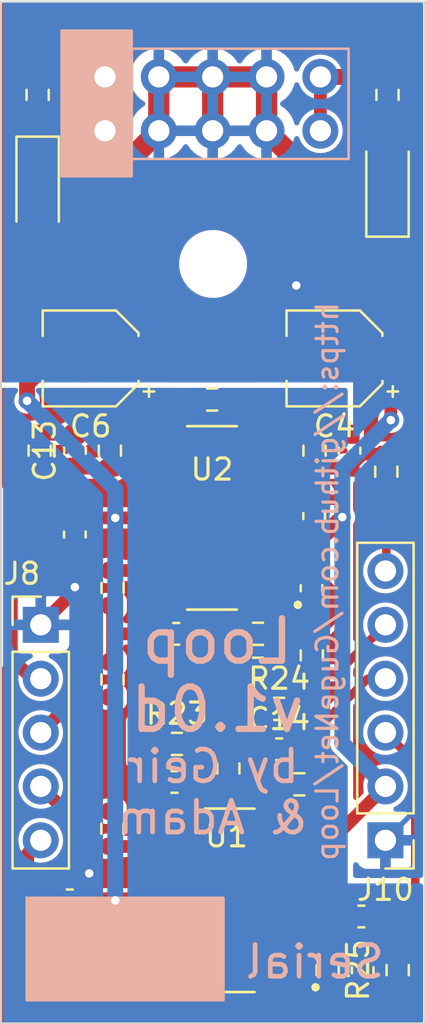
<source format=kicad_pcb>
(kicad_pcb (version 20240108) (generator "pcbnew") (generator_version "8.0")
  (layers (0 "F.Cu" signal) (31 "B.Cu" signal) (34 "B.Paste" user) (35 "F.Paste" user) (36 "B.SilkS" user "B.Silkscreen") (37 "F.SilkS" user "F.Silkscreen") (38 "B.Mask" user) (39 "F.Mask" user) (44 "Edge.Cuts" user))
  (net 0 "")
  (net 1 "GND")
  (net 2 "+12V")
  (net 3 "-12V")
  (net 4 "Net-(U1B--)")
  (net 5 "Net-(U1D--)")
  (net 6 "Net-(C3-Pad2)")
  (net 7 "Net-(U1A--)")
  (net 8 "Net-(U1C--)")
  (net 9 "Net-(U2A--)")
  (net 10 "Net-(C7-Pad2)")
  (net 11 "Net-(U2B--)")
  (net 12 "Net-(C9-Pad1)")
  (net 13 "Net-(U2C--)")
  (net 14 "Net-(C10-Pad1)")
  (net 15 "Net-(U2D--)")
  (footprint "Resistor_SMD:R_0603_1608Metric" (layer "F.Cu") (at 44.916 80.941 -90)
    (property "Reference" "R9" (hide yes))
    (property "Value" "100K" (hide yes))
    (fp_line (start -0.237258 0.5225) (end 0.237258 0.5225) (stroke (width 0.12)) (layer "F.SilkS"))
    (fp_line (start -0.237258 -0.5225) (end 0.237258 -0.5225) (stroke (width 0.12)) (layer "F.SilkS"))
    (pad "1" smd roundrect (at -0.825 0 270) (size 0.8 0.95) (layers "F.Cu" "F.Paste" "F.Mask") (net 5 "Net-(U1D--)"))
    (pad "2" smd roundrect (at 0.825 0 270) (size 0.8 0.95) (layers "F.Cu" "F.Paste" "F.Mask") (net 12 "Net-(C9-Pad1)"))
  )
  (footprint "Capacitor_SMD:CP_Elec_4x5.4" (layer "F.Cu") (at 42.993 52.08 180)
    (property "Reference" "C6" (at 0 -3.2 0) (layer "F.SilkS"))
    (property "Value" "10uF")
    (fp_line (start 2.26 2.26) (end 2.26 1.06) (stroke (width 0.12)) (layer "F.SilkS"))
    (fp_line (start 2.26 -2.26) (end 2.26 -1.06) (stroke (width 0.12)) (layer "F.SilkS"))
    (fp_line (start -1.195563 2.26) (end 2.26 2.26) (stroke (width 0.12)) (layer "F.SilkS"))
    (fp_line (start -1.195563 -2.26) (end 2.26 -2.26) (stroke (width 0.12)) (layer "F.SilkS"))
    (fp_line (start -2.26 1.195563) (end -1.195563 2.26) (stroke (width 0.12)) (layer "F.SilkS"))
    (fp_line (start -2.26 1.195563) (end -2.26 1.06) (stroke (width 0.12)) (layer "F.SilkS"))
    (fp_line (start -2.26 -1.195563) (end -1.195563 -2.26) (stroke (width 0.12)) (layer "F.SilkS"))
    (fp_line (start -2.26 -1.195563) (end -2.26 -1.06) (stroke (width 0.12)) (layer "F.SilkS"))
    (fp_line (start -2.75 -1.81) (end -2.75 -1.31) (stroke (width 0.12)) (layer "F.SilkS"))
    (fp_line (start -3 -1.56) (end -2.5 -1.56) (stroke (width 0.12)) (layer "F.SilkS"))
    (pad "1" smd roundrect (at -1.8 0 180) (size 2.6 1.6) (layers "F.Cu" "F.Paste" "F.Mask") (roundrect_rratio 0.15625) (net 1 "GND"))
    (pad "2" smd roundrect (at 1.8 0 180) (size 2.6 1.6) (layers "F.Cu" "F.Paste" "F.Mask") (roundrect_rratio 0.15625) (net 3 "-12V"))
  )
  (footprint "Capacitor_SMD:C_0603_1608Metric" (layer "F.Cu") (at 47.028428 65.067763 180)
    (property "Reference" "C3" (hide yes))
    (property "Value" "560pF" (hide yes))
    (fp_line (start -0.14058 0.51) (end 0.14058 0.51) (stroke (width 0.12)) (layer "F.SilkS"))
    (fp_line (start -0.14058 -0.51) (end 0.14058 -0.51) (stroke (width 0.12)) (layer "F.SilkS"))
    (pad "1" smd roundrect (at -0.775 0 180) (size 0.9 0.95) (layers "F.Cu" "F.Paste" "F.Mask") (net 15 "Net-(U2D--)"))
    (pad "2" smd roundrect (at 0.775 0 180) (size 0.9 0.95) (layers "F.Cu" "F.Paste" "F.Mask") (net 6 "Net-(C3-Pad2)"))
  )
  (footprint "Resistor_SMD:R_0603_1608Metric" (layer "F.Cu") (at 56.993 39.655 -90)
    (property "Reference" "FB2" (hide yes))
    (property "Value" "FerriteBead" (hide yes))
    (fp_line (start -0.237258 0.5225) (end 0.237258 0.5225) (stroke (width 0.12)) (layer "F.SilkS"))
    (fp_line (start -0.237258 -0.5225) (end 0.237258 -0.5225) (stroke (width 0.12)) (layer "F.SilkS"))
    (pad "1" smd roundrect (at -0.825 0 270) (size 0.8 0.95) (layers "F.Cu" "F.Paste" "F.Mask"))
    (pad "2" smd roundrect (at 0.825 0 270) (size 0.8 0.95) (layers "F.Cu" "F.Paste" "F.Mask"))
  )
  (footprint "Capacitor_SMD:C_0603_1608Metric" (layer "F.Cu") (at 53.411789 62.917619 90)
    (property "Reference" "C10" (hide yes))
    (property "Value" "47pF" (hide yes))
    (fp_line (start -0.14058 -0.51) (end 0.14058 -0.51) (stroke (width 0.12)) (layer "F.SilkS"))
    (fp_line (start -0.14058 0.51) (end 0.14058 0.51) (stroke (width 0.12)) (layer "F.SilkS"))
    (pad "1" smd roundrect (at -0.775 0 90) (size 0.9 0.95) (layers "F.Cu" "F.Paste" "F.Mask") (net 14 "Net-(C10-Pad1)"))
    (pad "2" smd roundrect (at 0.775 0 90) (size 0.9 0.95) (layers "F.Cu" "F.Paste" "F.Mask") (net 9 "Net-(U2A--)"))
  )
  (footprint "Capacitor_SMD:C_0603_1608Metric" (layer "F.Cu") (at 53.5344 59.5164 -90)
    (property "Reference" "C12" (hide yes))
    (property "Value" "100nF" (hide yes))
    (fp_line (start -0.14058 0.51) (end 0.14058 0.51) (stroke (width 0.12)) (layer "F.SilkS"))
    (fp_line (start -0.14058 -0.51) (end 0.14058 -0.51) (stroke (width 0.12)) (layer "F.SilkS"))
    (pad "1" smd roundrect (at -0.775 0 270) (size 0.9 0.95) (layers "F.Cu" "F.Paste" "F.Mask"))
    (pad "2" smd roundrect (at 0.775 0 270) (size 0.9 0.95) (layers "F.Cu" "F.Paste" "F.Mask") (net 2 "+12V"))
  )
  (footprint "Resistor_SMD:R_0603_1608Metric" (layer "F.Cu") (at 54.172 80.926 -90)
    (property "Reference" "R25" (at 0 -1.43 90) (layer "F.SilkS"))
    (property "Value" "100K")
    (fp_line (start -0.237258 0.5225) (end 0.237258 0.5225) (stroke (width 0.12)) (layer "F.SilkS"))
    (fp_line (start -0.237258 -0.5225) (end 0.237258 -0.5225) (stroke (width 0.12)) (layer "F.SilkS"))
    (pad "1" smd roundrect (at -0.825 0 270) (size 0.8 0.95) (layers "F.Cu" "F.Paste" "F.Mask") (net 7 "Net-(U1A--)"))
    (pad "2" smd roundrect (at 0.825 0 270) (size 0.8 0.95) (layers "F.Cu" "F.Paste" "F.Mask"))
  )
  (footprint "Resistor_SMD:R_0603_1608Metric" (layer "F.Cu") (at 40.852 79.671 180)
    (property "Reference" "R5" (hide yes))
    (property "Value" "10K" (hide yes))
    (fp_line (start -0.237258 0.5225) (end 0.237258 0.5225) (stroke (width 0.12)) (layer "F.SilkS"))
    (fp_line (start -0.237258 -0.5225) (end 0.237258 -0.5225) (stroke (width 0.12)) (layer "F.SilkS"))
    (pad "1" smd roundrect (at -0.825 0 180) (size 0.8 0.95) (layers "F.Cu" "F.Paste" "F.Mask") (net 5 "Net-(U1D--)"))
    (pad "2" smd roundrect (at 0.825 0 180) (size 0.8 0.95) (layers "F.Cu" "F.Paste" "F.Mask"))
  )
  (footprint "Resistor_SMD:R_0603_1608Metric" (layer "F.Cu") (at 51.886 68.607)
    (property "Reference" "R24" (at 0 -1.43 0) (layer "F.SilkS"))
    (property "Value" "100K")
    (fp_line (start -0.237258 -0.5225) (end 0.237258 -0.5225) (stroke (width 0.12)) (layer "F.SilkS"))
    (fp_line (start -0.237258 0.5225) (end 0.237258 0.5225) (stroke (width 0.12)) (layer "F.SilkS"))
    (pad "1" smd roundrect (at -0.825 0) (size 0.8 0.95) (layers "F.Cu" "F.Paste" "F.Mask") (net 4 "Net-(U1B--)"))
    (pad "2" smd roundrect (at 0.825 0) (size 0.8 0.95) (layers "F.Cu" "F.Paste" "F.Mask"))
  )
  (footprint "Resistor_SMD:R_0603_1608Metric" (layer "F.Cu") (at 44.027 67.225 90)
    (property "Reference" "R22" (hide yes))
    (property "Value" "1K" (hide yes))
    (fp_line (start -0.237258 -0.5225) (end 0.237258 -0.5225) (stroke (width 0.12)) (layer "F.SilkS"))
    (fp_line (start -0.237258 0.5225) (end 0.237258 0.5225) (stroke (width 0.12)) (layer "F.SilkS"))
    (pad "1" smd roundrect (at -0.825 0 90) (size 0.8 0.95) (layers "F.Cu" "F.Paste" "F.Mask"))
    (pad "2" smd roundrect (at 0.825 0 90) (size 0.8 0.95) (layers "F.Cu" "F.Paste" "F.Mask") (net 6 "Net-(C3-Pad2)"))
  )
  (footprint "Capacitor_SMD:CP_Elec_4x5.4" (layer "F.Cu") (at 54.493 52.08 180)
    (property "Reference" "C4" (at 0 -3.2 0) (layer "F.SilkS"))
    (property "Value" "10uF")
    (fp_line (start 2.26 2.26) (end 2.26 1.06) (stroke (width 0.12)) (layer "F.SilkS"))
    (fp_line (start 2.26 -2.26) (end 2.26 -1.06) (stroke (width 0.12)) (layer "F.SilkS"))
    (fp_line (start -1.195563 2.26) (end 2.26 2.26) (stroke (width 0.12)) (layer "F.SilkS"))
    (fp_line (start -1.195563 -2.26) (end 2.26 -2.26) (stroke (width 0.12)) (layer "F.SilkS"))
    (fp_line (start -2.26 1.195563) (end -1.195563 2.26) (stroke (width 0.12)) (layer "F.SilkS"))
    (fp_line (start -2.26 1.195563) (end -2.26 1.06) (stroke (width 0.12)) (layer "F.SilkS"))
    (fp_line (start -2.26 -1.195563) (end -1.195563 -2.26) (stroke (width 0.12)) (layer "F.SilkS"))
    (fp_line (start -2.26 -1.195563) (end -2.26 -1.06) (stroke (width 0.12)) (layer "F.SilkS"))
    (fp_line (start -2.75 -1.81) (end -2.75 -1.31) (stroke (width 0.12)) (layer "F.SilkS"))
    (fp_line (start -3 -1.56) (end -2.5 -1.56) (stroke (width 0.12)) (layer "F.SilkS"))
    (pad "1" smd roundrect (at -1.8 0 180) (size 2.6 1.6) (layers "F.Cu" "F.Paste" "F.Mask") (roundrect_rratio 0.15625) (net 2 "+12V"))
    (pad "2" smd roundrect (at 1.8 0 180) (size 2.6 1.6) (layers "F.Cu" "F.Paste" "F.Mask") (roundrect_rratio 0.15625) (net 1 "GND"))
  )
  (footprint "Resistor_SMD:R_0603_1608Metric" (layer "F.Cu") (at 52.839 72.163 180)
    (property "Reference" "R8" (hide yes))
    (property "Value" "1K" (hide yes))
    (fp_line (start -0.237258 0.5225) (end 0.237258 0.5225) (stroke (width 0.12)) (layer "F.SilkS"))
    (fp_line (start -0.237258 -0.5225) (end 0.237258 -0.5225) (stroke (width 0.12)) (layer "F.SilkS"))
    (pad "1" smd roundrect (at -0.825 0 180) (size 0.8 0.95) (layers "F.Cu" "F.Paste" "F.Mask"))
    (pad "2" smd roundrect (at 0.825 0 180) (size 0.8 0.95) (layers "F.Cu" "F.Paste" "F.Mask"))
  )
  (footprint "Capacitor_SMD:C_0603_1608Metric" (layer "F.Cu") (at 42.008 77.634 180)
    (property "Reference" "C5" (hide yes))
    (property "Value" "100nF" (hide yes))
    (fp_line (start -0.14058 0.51) (end 0.14058 0.51) (stroke (width 0.12)) (layer "F.SilkS"))
    (fp_line (start -0.14058 -0.51) (end 0.14058 -0.51) (stroke (width 0.12)) (layer "F.SilkS"))
    (pad "1" smd roundrect (at -0.775 0 180) (size 0.9 0.95) (layers "F.Cu" "F.Paste" "F.Mask") (net 3 "-12V"))
    (pad "2" smd roundrect (at 0.775 0 180) (size 0.9 0.95) (layers "F.Cu" "F.Paste" "F.Mask"))
  )
  (footprint "Resistor_SMD:R_0603_1608Metric" (layer "F.Cu") (at 40.58972 56.427385 90)
    (property "Reference" "R16" (hide yes))
    (property "Value" "1K" (hide yes))
    (fp_line (start -0.237258 -0.5225) (end 0.237258 -0.5225) (stroke (width 0.12)) (layer "F.SilkS"))
    (fp_line (start -0.237258 0.5225) (end 0.237258 0.5225) (stroke (width 0.12)) (layer "F.SilkS"))
    (pad "1" smd roundrect (at -0.825 0 90) (size 0.8 0.95) (layers "F.Cu" "F.Paste" "F.Mask"))
    (pad "2" smd roundrect (at 0.825 0 90) (size 0.8 0.95) (layers "F.Cu" "F.Paste" "F.Mask"))
  )
  (footprint "Resistor_SMD:R_0603_1608Metric" (layer "F.Cu") (at 53.425 66.082 -90)
    (property "Reference" "R18" (hide yes))
    (property "Value" "100K" (hide yes))
    (fp_line (start -0.237258 0.5225) (end 0.237258 0.5225) (stroke (width 0.12)) (layer "F.SilkS"))
    (fp_line (start -0.237258 -0.5225) (end 0.237258 -0.5225) (stroke (width 0.12)) (layer "F.SilkS"))
    (pad "1" smd roundrect (at -0.825 0 270) (size 0.8 0.95) (layers "F.Cu" "F.Paste" "F.Mask") (net 9 "Net-(U2A--)"))
    (pad "2" smd roundrect (at 0.825 0 270) (size 0.8 0.95) (layers "F.Cu" "F.Paste" "F.Mask"))
  )
  (footprint "Diode_SMD:D_SOD-123" (layer "F.Cu") (at 40.493 43.98 -90)
    (property "Reference" "D1" (hide yes))
    (property "Value" "1N5819" (hide yes))
    (fp_line (start -2.36 1) (end 1.65 1) (stroke (width 0.12)) (layer "F.SilkS"))
    (fp_line (start -2.36 -1) (end -2.36 1) (stroke (width 0.12)) (layer "F.SilkS"))
    (fp_line (start -2.36 -1) (end 1.65 -1) (stroke (width 0.12)) (layer "F.SilkS"))
    (pad "1" smd roundrect (at -1.65 0 270) (size 0.9 1.2) (layers "F.Cu" "F.Paste" "F.Mask"))
    (pad "2" smd roundrect (at 1.65 0 270) (size 0.9 1.2) (layers "F.Cu" "F.Paste" "F.Mask") (net 3 "-12V"))
  )
  (footprint "Resistor_SMD:R_0603_1608Metric" (layer "F.Cu") (at 44.019388 74.259815 -90)
    (property "Reference" "R7" (hide yes))
    (property "Value" "10K" (hide yes))
    (fp_line (start -0.237258 0.5225) (end 0.237258 0.5225) (stroke (width 0.12)) (layer "F.SilkS"))
    (fp_line (start -0.237258 -0.5225) (end 0.237258 -0.5225) (stroke (width 0.12)) (layer "F.SilkS"))
    (pad "1" smd roundrect (at -0.825 0 270) (size 0.8 0.95) (layers "F.Cu" "F.Paste" "F.Mask"))
    (pad "2" smd roundrect (at 0.825 0 270) (size 0.8 0.95) (layers "F.Cu" "F.Paste" "F.Mask") (net 8 "Net-(U1C--)"))
  )
  (footprint "Resistor_SMD:R_0603_1608Metric" (layer "F.Cu") (at 43.9 56.43 -90)
    (property "Reference" "R14" (hide yes))
    (property "Value" "10K" (hide yes))
    (fp_line (start -0.237258 0.5225) (end 0.237258 0.5225) (stroke (width 0.12)) (layer "F.SilkS"))
    (fp_line (start -0.237258 -0.5225) (end 0.237258 -0.5225) (stroke (width 0.12)) (layer "F.SilkS"))
    (pad "1" smd roundrect (at -0.825 0 270) (size 0.8 0.95) (layers "F.Cu" "F.Paste" "F.Mask"))
    (pad "2" smd roundrect (at 0.825 0 270) (size 0.8 0.95) (layers "F.Cu" "F.Paste" "F.Mask") (net 13 "Net-(U2C--)"))
  )
  (footprint "Connector_PinHeader_2.54mm:PinHeader_1x06_P2.54mm_Vertical" (layer "F.Cu") (at 56.896 74.803 180)
    (property "Reference" "J10" (at 0 -2.33 0) (layer "F.SilkS"))
    (property "Value" "Conn_01x06_Socket" (hide yes))
    (fp_line (start 1.33 1.27) (end 1.33 14.03) (stroke (width 0.12)) (layer "F.SilkS"))
    (fp_line (start -1.33 14.03) (end 1.33 14.03) (stroke (width 0.12)) (layer "F.SilkS"))
    (fp_line (start -1.33 1.27) (end 1.33 1.27) (stroke (width 0.12)) (layer "F.SilkS"))
    (fp_line (start -1.33 1.27) (end -1.33 14.03) (stroke (width 0.12)) (layer "F.SilkS"))
    (fp_line (start -1.33 0) (end -1.33 -1.33) (stroke (width 0.12)) (layer "F.SilkS"))
    (fp_line (start -1.33 -1.33) (end 0 -1.33) (stroke (width 0.12)) (layer "F.SilkS"))
    (pad "1" thru_hole rect (at 0 0 180) (size 1.7 1.7) (drill 1) (layers "*.Cu" "*.Mask") (net 1 "GND"))
    (pad "2" thru_hole oval (at 0 2.54 180) (size 1.7 1.7) (drill 1) (layers "*.Cu" "*.Mask") (net 2 "+12V"))
    (pad "3" thru_hole oval (at 0 5.08 180) (size 1.7 1.7) (drill 1) (layers "*.Cu" "*.Mask"))
    (pad "4" thru_hole oval (at 0 7.62 180) (size 1.7 1.7) (drill 1) (layers "*.Cu" "*.Mask"))
    (pad "5" thru_hole oval (at 0 10.16 180) (size 1.7 1.7) (drill 1) (layers "*.Cu" "*.Mask"))
    (pad "6" thru_hole oval (at 0 12.7 180) (size 1.7 1.7) (drill 1) (layers "*.Cu" "*.Mask"))
  )
  (footprint "Resistor_SMD:R_0603_1608Metric" (layer "F.Cu") (at 50.885 66.717)
    (property "Reference" "R20" (hide yes))
    (property "Value" "100K" (hide yes))
    (fp_line (start -0.237258 -0.5225) (end 0.237258 -0.5225) (stroke (width 0.12)) (layer "F.SilkS"))
    (fp_line (start -0.237258 0.5225) (end 0.237258 0.5225) (stroke (width 0.12)) (layer "F.SilkS"))
    (pad "1" smd roundrect (at -0.825 0) (size 0.8 0.95) (layers "F.Cu" "F.Paste" "F.Mask") (net 15 "Net-(U2D--)"))
    (pad "2" smd roundrect (at 0.825 0) (size 0.8 0.95) (layers "F.Cu" "F.Paste" "F.Mask") (net 14 "Net-(C10-Pad1)"))
  )
  (footprint "1_Geirs_Library:SOIC127P600X175-14N" (layer "F.Cu") (at 49.55 77.634 180)
    (property "Reference" "U1" (at 0.15 3.025 0) (layer "F.SilkS"))
    (property "Value" "TL074")
    (fp_line (start -1.17 4.325) (end 1.17 4.325) (stroke (width 0.127)) (layer "F.SilkS"))
    (fp_line (start -1.17 -4.325) (end 1.17 -4.325) (stroke (width 0.127)) (layer "F.SilkS"))
    (fp_circle (center -4.05 -4.1) (end -3.95 -4.1) (stroke (width 0.2)) (fill none) (layer "F.SilkS"))
    (pad "1" smd roundrect (at -2.475 -3.81 180) (size 1.97 0.6) (layers "F.Cu" "F.Paste" "F.Mask") (roundrect_rratio 0.15))
    (pad "2" smd roundrect (at -2.475 -2.54 180) (size 1.97 0.6) (layers "F.Cu" "F.Paste" "F.Mask") (roundrect_rratio 0.15) (net 7 "Net-(U1A--)"))
    (pad "3" smd roundrect (at -2.475 -1.27 180) (size 1.97 0.6) (layers "F.Cu" "F.Paste" "F.Mask") (roundrect_rratio 0.15))
    (pad "4" smd roundrect (at -2.475 0 180) (size 1.97 0.6) (layers "F.Cu" "F.Paste" "F.Mask") (roundrect_rratio 0.15) (net 2 "+12V"))
    (pad "5" smd roundrect (at -2.475 1.27 180) (size 1.97 0.6) (layers "F.Cu" "F.Paste" "F.Mask") (roundrect_rratio 0.15))
    (pad "6" smd roundrect (at -2.475 2.54 180) (size 1.97 0.6) (layers "F.Cu" "F.Paste" "F.Mask") (roundrect_rratio 0.15) (net 4 "Net-(U1B--)"))
    (pad "7" smd roundrect (at -2.475 3.81 180) (size 1.97 0.6) (layers "F.Cu" "F.Paste" "F.Mask") (roundrect_rratio 0.15))
    (pad "8" smd roundrect (at 2.475 3.81 180) (size 1.97 0.6) (layers "F.Cu" "F.Paste" "F.Mask") (roundrect_rratio 0.15))
    (pad "9" smd roundrect (at 2.475 2.54 180) (size 1.97 0.6) (layers "F.Cu" "F.Paste" "F.Mask") (roundrect_rratio 0.15) (net 8 "Net-(U1C--)"))
    (pad "10" smd roundrect (at 2.475 1.27 180) (size 1.97 0.6) (layers "F.Cu" "F.Paste" "F.Mask") (roundrect_rratio 0.15))
    (pad "11" smd roundrect (at 2.475 0 180) (size 1.97 0.6) (layers "F.Cu" "F.Paste" "F.Mask") (roundrect_rratio 0.15) (net 3 "-12V"))
    (pad "12" smd roundrect (at 2.475 -1.27 180) (size 1.97 0.6) (layers "F.Cu" "F.Paste" "F.Mask") (roundrect_rratio 0.15))
    (pad "13" smd roundrect (at 2.475 -2.54 180) (size 1.97 0.6) (layers "F.Cu" "F.Paste" "F.Mask") (roundrect_rratio 0.15) (net 5 "Net-(U1D--)"))
    (pad "14" smd roundrect (at 2.475 -3.81 180) (size 1.97 0.6) (layers "F.Cu" "F.Paste" "F.Mask") (roundrect_rratio 0.15) (net 12 "Net-(C9-Pad1)"))
  )
  (footprint "Capacitor_SMD:C_0603_1608Metric" (layer "F.Cu") (at 55.203 56.43 90)
    (property "Reference" "C7" (hide yes))
    (property "Value" "47pF" (hide yes))
    (fp_line (start -0.14058 -0.51) (end 0.14058 -0.51) (stroke (width 0.12)) (layer "F.SilkS"))
    (fp_line (start -0.14058 0.51) (end 0.14058 0.51) (stroke (width 0.12)) (layer "F.SilkS"))
    (pad "1" smd roundrect (at -0.775 0 90) (size 0.9 0.95) (layers "F.Cu" "F.Paste" "F.Mask") (net 11 "Net-(U2B--)"))
    (pad "2" smd roundrect (at 0.775 0 90) (size 0.9 0.95) (layers "F.Cu" "F.Paste" "F.Mask") (net 10 "Net-(C7-Pad2)"))
  )
  (footprint "Capacitor_SMD:C_0603_1608Metric" (layer "F.Cu") (at 55.823 80.926 90)
    (property "Reference" "C2" (hide yes))
    (property "Value" "47pF" (hide yes))
    (fp_line (start -0.14058 -0.51) (end 0.14058 -0.51) (stroke (width 0.12)) (layer "F.SilkS"))
    (fp_line (start -0.14058 0.51) (end 0.14058 0.51) (stroke (width 0.12)) (layer "F.SilkS"))
    (pad "1" smd roundrect (at -0.775 0 90) (size 0.9 0.95) (layers "F.Cu" "F.Paste" "F.Mask"))
    (pad "2" smd roundrect (at 0.775 0 90) (size 0.9 0.95) (layers "F.Cu" "F.Paste" "F.Mask") (net 7 "Net-(U1A--)"))
  )
  (footprint "Resistor_SMD:R_0603_1608Metric" (layer "F.Cu") (at 56.938 57.4206 -90)
    (property "Reference" "R17" (hide yes))
    (property "Value" "100K" (hide yes))
    (fp_line (start -0.237258 0.5225) (end 0.237258 0.5225) (stroke (width 0.12)) (layer "F.SilkS"))
    (fp_line (start -0.237258 -0.5225) (end 0.237258 -0.5225) (stroke (width 0.12)) (layer "F.SilkS"))
    (pad "1" smd roundrect (at -0.825 0 270) (size 0.8 0.95) (layers "F.Cu" "F.Paste" "F.Mask") (net 11 "Net-(U2B--)"))
    (pad "2" smd roundrect (at 0.825 0 270) (size 0.8 0.95) (layers "F.Cu" "F.Paste" "F.Mask"))
  )
  (footprint "Resistor_SMD:R_0603_1608Metric" (layer "F.Cu") (at 49.488 71.416 -90)
    (property "Reference" "R6" (hide yes))
    (property "Value" "100K" (hide yes))
    (fp_line (start -0.237258 0.5225) (end 0.237258 0.5225) (stroke (width 0.12)) (layer "F.SilkS"))
    (fp_line (start -0.237258 -0.5225) (end 0.237258 -0.5225) (stroke (width 0.12)) (layer "F.SilkS"))
    (pad "1" smd roundrect (at -0.825 0 270) (size 0.8 0.95) (layers "F.Cu" "F.Paste" "F.Mask"))
    (pad "2" smd roundrect (at 0.825 0 270) (size 0.8 0.95) (layers "F.Cu" "F.Paste" "F.Mask") (net 4 "Net-(U1B--)"))
  )
  (footprint "Resistor_SMD:R_0603_1608Metric" (layer "F.Cu") (at 53.552 56.43 90)
    (property "Reference" "R13" (hide yes))
    (property "Value" "100K" (hide yes))
    (fp_line (start -0.237258 -0.5225) (end 0.237258 -0.5225) (stroke (width 0.12)) (layer "F.SilkS"))
    (fp_line (start -0.237258 0.5225) (end 0.237258 0.5225) (stroke (width 0.12)) (layer "F.SilkS"))
    (pad "1" smd roundrect (at -0.825 0 90) (size 0.8 0.95) (layers "F.Cu" "F.Paste" "F.Mask") (net 11 "Net-(U2B--)"))
    (pad "2" smd roundrect (at 0.825 0 90) (size 0.8 0.95) (layers "F.Cu" "F.Paste" "F.Mask") (net 10 "Net-(C7-Pad2)"))
  )
  (footprint "Capacitor_SMD:C_0603_1608Metric" (layer "F.Cu") (at 46.948 72.051 180)
    (property "Reference" "C8" (hide yes))
    (property "Value" "47pF" (hide yes))
    (fp_line (start -0.14058 0.51) (end 0.14058 0.51) (stroke (width 0.12)) (layer "F.SilkS"))
    (fp_line (start -0.14058 -0.51) (end 0.14058 -0.51) (stroke (width 0.12)) (layer "F.SilkS"))
    (pad "1" smd roundrect (at -0.775 0 180) (size 0.9 0.95) (layers "F.Cu" "F.Paste" "F.Mask") (net 8 "Net-(U1C--)"))
    (pad "2" smd roundrect (at 0.775 0 180) (size 0.9 0.95) (layers "F.Cu" "F.Paste" "F.Mask"))
  )
  (footprint "Resistor_SMD:R_0603_1608Metric" (layer "F.Cu") (at 57.474 80.926 90)
    (property "Reference" "R12" (hide yes))
    (property "Value" "1K" (hide yes))
    (fp_line (start -0.237258 -0.5225) (end 0.237258 -0.5225) (stroke (width 0.12)) (layer "F.SilkS"))
    (fp_line (start -0.237258 0.5225) (end 0.237258 0.5225) (stroke (width 0.12)) (layer "F.SilkS"))
    (pad "1" smd roundrect (at -0.825 0 90) (size 0.8 0.95) (layers "F.Cu" "F.Paste" "F.Mask"))
    (pad "2" smd roundrect (at 0.825 0 90) (size 0.8 0.95) (layers "F.Cu" "F.Paste" "F.Mask"))
  )
  (footprint "Capacitor_SMD:C_0603_1608Metric" (layer "F.Cu") (at 42.249 60.38 -90)
    (property "Reference" "C11" (hide yes))
    (property "Value" "100nF" (hide yes))
    (fp_line (start -0.14058 0.51) (end 0.14058 0.51) (stroke (width 0.12)) (layer "F.SilkS"))
    (fp_line (start -0.14058 -0.51) (end 0.14058 -0.51) (stroke (width 0.12)) (layer "F.SilkS"))
    (pad "1" smd roundrect (at -0.775 0 270) (size 0.9 0.95) (layers "F.Cu" "F.Paste" "F.Mask") (net 3 "-12V"))
    (pad "2" smd roundrect (at 0.775 0 270) (size 0.9 0.95) (layers "F.Cu" "F.Paste" "F.Mask"))
  )
  (footprint "Resistor_SMD:R_0603_1608Metric" (layer "F.Cu") (at 44.027 62.907 90)
    (property "Reference" "R21" (hide yes))
    (property "Value" "10K" (hide yes))
    (fp_line (start -0.237258 -0.5225) (end 0.237258 -0.5225) (stroke (width 0.12)) (layer "F.SilkS"))
    (fp_line (start -0.237258 0.5225) (end 0.237258 0.5225) (stroke (width 0.12)) (layer "F.SilkS"))
    (pad "1" smd roundrect (at -0.825 0 90) (size 0.8 0.95) (layers "F.Cu" "F.Paste" "F.Mask") (net 6 "Net-(C3-Pad2)"))
    (pad "2" smd roundrect (at 0.825 0 90) (size 0.8 0.95) (layers "F.Cu" "F.Paste" "F.Mask") (net 15 "Net-(U2D--)"))
  )
  (footprint "Resistor_SMD:R_0603_1608Metric" (layer "F.Cu") (at 40.852 81.322 180)
    (property "Reference" "R10" (hide yes))
    (property "Value" "100K" (hide yes))
    (fp_line (start -0.237258 0.5225) (end 0.237258 0.5225) (stroke (width 0.12)) (layer "F.SilkS"))
    (fp_line (start -0.237258 -0.5225) (end 0.237258 -0.5225) (stroke (width 0.12)) (layer "F.SilkS"))
    (pad "1" smd roundrect (at -0.825 0 180) (size 0.8 0.95) (layers "F.Cu" "F.Paste" "F.Mask") (net 12 "Net-(C9-Pad1)"))
    (pad "2" smd roundrect (at 0.825 0 180) (size 0.8 0.95) (layers "F.Cu" "F.Paste" "F.Mask") (net 7 "Net-(U1A--)"))
  )
  (footprint "Capacitor_SMD:C_0603_1608Metric" (layer "F.Cu") (at 51.886 70.512)
    (property "Reference" "C14" (at 0 -1.43 0) (layer "F.SilkS"))
    (property "Value" "47pF")
    (fp_line (start -0.14058 -0.51) (end 0.14058 -0.51) (stroke (width 0.12)) (layer "F.SilkS"))
    (fp_line (start -0.14058 0.51) (end 0.14058 0.51) (stroke (width 0.12)) (layer "F.SilkS"))
    (pad "1" smd roundrect (at -0.775 0) (size 0.9 0.95) (layers "F.Cu" "F.Paste" "F.Mask") (net 4 "Net-(U1B--)"))
    (pad "2" smd roundrect (at 0.775 0) (size 0.9 0.95) (layers "F.Cu" "F.Paste" "F.Mask"))
  )
  (footprint "Diode_SMD:D_SOD-123" (layer "F.Cu") (at 56.993 43.98 90)
    (property "Reference" "D4" (hide yes))
    (property "Value" "1N5819" (hide yes))
    (fp_line (start -2.36 -1) (end 1.65 -1) (stroke (width 0.12)) (layer "F.SilkS"))
    (fp_line (start -2.36 -1) (end -2.36 1) (stroke (width 0.12)) (layer "F.SilkS"))
    (fp_line (start -2.36 1) (end 1.65 1) (stroke (width 0.12)) (layer "F.SilkS"))
    (pad "1" smd roundrect (at -1.65 0 90) (size 0.9 1.2) (layers "F.Cu" "F.Paste" "F.Mask") (net 2 "+12V"))
    (pad "2" smd roundrect (at 1.65 0 90) (size 0.9 1.2) (layers "F.Cu" "F.Paste" "F.Mask"))
  )
  (footprint "MountingHole:MountingHole_2.7mm_M2.5" (layer "F.Cu") (at 48.768 47.58)
    (property "Reference" "MOUNT1" (hide yes))
    (property "Value" "MountingHole_2.7mm_M2.5" (hide yes))
    (pad "" np_thru_hole circle (at 0 0.045) (size 2.7 2.7) (drill 2.7) (layers "F&B.Cu" "*.Mask"))
  )
  (footprint "Connector_PinHeader_2.54mm:PinHeader_1x05_P2.54mm_Vertical" (layer "F.Cu") (at 40.64 64.643)
    (property "Reference" "J8" (at -0.889 -2.413 0) (layer "F.SilkS"))
    (property "Value" "Conn_01x05" (hide yes))
    (fp_line (start -1.33 -1.33) (end 0 -1.33) (stroke (width 0.12)) (layer "F.SilkS"))
    (fp_line (start -1.33 0) (end -1.33 -1.33) (stroke (width 0.12)) (layer "F.SilkS"))
    (fp_line (start -1.33 1.27) (end -1.33 11.49) (stroke (width 0.12)) (layer "F.SilkS"))
    (fp_line (start -1.33 1.27) (end 1.33 1.27) (stroke (width 0.12)) (layer "F.SilkS"))
    (fp_line (start -1.33 11.49) (end 1.33 11.49) (stroke (width 0.12)) (layer "F.SilkS"))
    (fp_line (start 1.33 1.27) (end 1.33 11.49) (stroke (width 0.12)) (layer "F.SilkS"))
    (pad "1" thru_hole rect (at 0 0) (size 1.7 1.7) (drill 1) (layers "*.Cu" "*.Mask"))
    (pad "2" thru_hole oval (at 0 2.54) (size 1.7 1.7) (drill 1) (layers "*.Cu" "*.Mask"))
    (pad "3" thru_hole oval (at 0 5.08) (size 1.7 1.7) (drill 1) (layers "*.Cu" "*.Mask"))
    (pad "4" thru_hole oval (at 0 7.62) (size 1.7 1.7) (drill 1) (layers "*.Cu" "*.Mask"))
    (pad "5" thru_hole oval (at 0 10.16) (size 1.7 1.7) (drill 1) (layers "*.Cu" "*.Mask"))
  )
  (footprint "Resistor_SMD:R_0603_1608Metric" (layer "F.Cu") (at 47.06 70.258)
    (property "Reference" "R23" (at 0 -1.43 0) (layer "F.SilkS"))
    (property "Value" "100K")
    (fp_line (start -0.237258 -0.5225) (end 0.237258 -0.5225) (stroke (width 0.12)) (layer "F.SilkS"))
    (fp_line (start -0.237258 0.5225) (end 0.237258 0.5225) (stroke (width 0.12)) (layer "F.SilkS"))
    (pad "1" smd roundrect (at -0.825 0) (size 0.8 0.95) (layers "F.Cu" "F.Paste" "F.Mask") (net 8 "Net-(U1C--)"))
    (pad "2" smd roundrect (at 0.825 0) (size 0.8 0.95) (layers "F.Cu" "F.Paste" "F.Mask"))
  )
  (footprint "Resistor_SMD:R_0603_1608Metric" (layer "F.Cu") (at 50.885 65.066 180)
    (property "Reference" "R19" (hide yes))
    (property "Value" "100K" (hide yes))
    (fp_line (start -0.237258 0.5225) (end 0.237258 0.5225) (stroke (width 0.12)) (layer "F.SilkS"))
    (fp_line (start -0.237258 -0.5225) (end 0.237258 -0.5225) (stroke (width 0.12)) (layer "F.SilkS"))
    (pad "1" smd roundrect (at -0.825 0 180) (size 0.8 0.95) (layers "F.Cu" "F.Paste" "F.Mask") (net 14 "Net-(C10-Pad1)"))
    (pad "2" smd roundrect (at 0.825 0 180) (size 0.8 0.95) (layers "F.Cu" "F.Paste" "F.Mask") (net 9 "Net-(U2A--)"))
  )
  (footprint "1_Geirs_Library:SOIC127P600X175-14N" (layer "F.Cu") (at 48.71628 59.6 180)
    (property "Reference" "U2" (at -0.00172 2.285 0) (layer "F.SilkS"))
    (property "Value" "TL074")
    (fp_line (start -1.17 4.325) (end 1.17 4.325) (stroke (width 0.127)) (layer "F.SilkS"))
    (fp_line (start -1.17 -4.325) (end 1.17 -4.325) (stroke (width 0.127)) (layer "F.SilkS"))
    (fp_circle (center -4.05 -4.1) (end -3.95 -4.1) (stroke (width 0.2)) (fill none) (layer "F.SilkS"))
    (pad "1" smd roundrect (at -2.475 -3.81 180) (size 1.97 0.6) (layers "F.Cu" "F.Paste" "F.Mask") (roundrect_rratio 0.15) (net 14 "Net-(C10-Pad1)"))
    (pad "2" smd roundrect (at -2.475 -2.54 180) (size 1.97 0.6) (layers "F.Cu" "F.Paste" "F.Mask") (roundrect_rratio 0.15) (net 9 "Net-(U2A--)"))
    (pad "3" smd roundrect (at -2.475 -1.27 180) (size 1.97 0.6) (layers "F.Cu" "F.Paste" "F.Mask") (roundrect_rratio 0.15))
    (pad "4" smd roundrect (at -2.475 0 180) (size 1.97 0.6) (layers "F.Cu" "F.Paste" "F.Mask") (roundrect_rratio 0.15) (net 2 "+12V"))
    (pad "5" smd roundrect (at -2.475 1.27 180) (size 1.97 0.6) (layers "F.Cu" "F.Paste" "F.Mask") (roundrect_rratio 0.15))
    (pad "6" smd roundrect (at -2.475 2.54 180) (size 1.97 0.6) (layers "F.Cu" "F.Paste" "F.Mask") (roundrect_rratio 0.15) (net 11 "Net-(U2B--)"))
    (pad "7" smd roundrect (at -2.475 3.81 180) (size 1.97 0.6) (layers "F.Cu" "F.Paste" "F.Mask") (roundrect_rratio 0.15) (net 10 "Net-(C7-Pad2)"))
    (pad "8" smd roundrect (at 2.475 3.81 180) (size 1.97 0.6) (layers "F.Cu" "F.Paste" "F.Mask") (roundrect_rratio 0.15))
    (pad "9" smd roundrect (at 2.475 2.54 180) (size 1.97 0.6) (layers "F.Cu" "F.Paste" "F.Mask") (roundrect_rratio 0.15) (net 13 "Net-(U2C--)"))
    (pad "10" smd roundrect (at 2.475 1.27 180) (size 1.97 0.6) (layers "F.Cu" "F.Paste" "F.Mask") (roundrect_rratio 0.15))
    (pad "11" smd roundrect (at 2.475 0 180) (size 1.97 0.6) (layers "F.Cu" "F.Paste" "F.Mask") (roundrect_rratio 0.15) (net 3 "-12V"))
    (pad "12" smd roundrect (at 2.475 -1.27 180) (size 1.97 0.6) (layers "F.Cu" "F.Paste" "F.Mask") (roundrect_rratio 0.15))
    (pad "13" smd roundrect (at 2.475 -2.54 180) (size 1.97 0.6) (layers "F.Cu" "F.Paste" "F.Mask") (roundrect_rratio 0.15) (net 15 "Net-(U2D--)"))
    (pad "14" smd roundrect (at 2.475 -3.81 180) (size 1.97 0.6) (layers "F.Cu" "F.Paste" "F.Mask") (roundrect_rratio 0.15) (net 6 "Net-(C3-Pad2)"))
  )
  (footprint "Capacitor_SMD:C_0603_1608Metric" (layer "F.Cu") (at 55.76328 78.396)
    (property "Reference" "C1" (hide yes))
    (property "Value" "100nF" (hide yes))
    (fp_line (start -0.14058 -0.51) (end 0.14058 -0.51) (stroke (width 0.12)) (layer "F.SilkS"))
    (fp_line (start -0.14058 0.51) (end 0.14058 0.51) (stroke (width 0.12)) (layer "F.SilkS"))
    (pad "1" smd roundrect (at -0.775 0) (size 0.9 0.95) (layers "F.Cu" "F.Paste" "F.Mask"))
    (pad "2" smd roundrect (at 0.775 0) (size 0.9 0.95) (layers "F.Cu" "F.Paste" "F.Mask") (net 2 "+12V"))
  )
  (footprint "Resistor_SMD:R_0603_1608Metric" (layer "F.Cu") (at 48.726 54.017)
    (property "Reference" "R15" (hide yes))
    (property "Value" "100K" (hide yes))
    (fp_line (start -0.237258 -0.5225) (end 0.237258 -0.5225) (stroke (width 0.12)) (layer "F.SilkS"))
    (fp_line (start -0.237258 0.5225) (end 0.237258 0.5225) (stroke (width 0.12)) (layer "F.SilkS"))
    (pad "1" smd roundrect (at -0.825 0) (size 0.8 0.95) (layers "F.Cu" "F.Paste" "F.Mask") (net 13 "Net-(U2C--)"))
    (pad "2" smd roundrect (at 0.825 0) (size 0.8 0.95) (layers "F.Cu" "F.Paste" "F.Mask") (net 10 "Net-(C7-Pad2)"))
  )
  (footprint "Capacitor_SMD:C_0603_1608Metric" (layer "F.Cu") (at 42.253748 56.433015 90)
    (property "Reference" "C13" (at 0 -1.43 90) (layer "F.SilkS"))
    (property "Value" "560pF")
    (fp_line (start -0.14058 -0.51) (end 0.14058 -0.51) (stroke (width 0.12)) (layer "F.SilkS"))
    (fp_line (start -0.14058 0.51) (end 0.14058 0.51) (stroke (width 0.12)) (layer "F.SilkS"))
    (pad "1" smd roundrect (at -0.775 0 90) (size 0.9 0.95) (layers "F.Cu" "F.Paste" "F.Mask") (net 13 "Net-(U2C--)"))
    (pad "2" smd roundrect (at 0.775 0 90) (size 0.9 0.95) (layers "F.Cu" "F.Paste" "F.Mask"))
  )
  (footprint "Capacitor_SMD:C_0603_1608Metric" (layer "F.Cu") (at 43.265 80.941 90)
    (property "Reference" "C9" (hide yes))
    (property "Value" "47pF" (hide yes))
    (fp_line (start -0.14058 -0.51) (end 0.14058 -0.51) (stroke (width 0.12)) (layer "F.SilkS"))
    (fp_line (start -0.14058 0.51) (end 0.14058 0.51) (stroke (width 0.12)) (layer "F.SilkS"))
    (pad "1" smd roundrect (at -0.775 0 90) (size 0.9 0.95) (layers "F.Cu" "F.Paste" "F.Mask") (net 12 "Net-(C9-Pad1)"))
    (pad "2" smd roundrect (at 0.775 0 90) (size 0.9 0.95) (layers "F.Cu" "F.Paste" "F.Mask") (net 5 "Net-(U1D--)"))
  )
  (footprint "Resistor_SMD:R_0603_1608Metric" (layer "F.Cu") (at 40.493 39.655 -90)
    (property "Reference" "FB1" (hide yes))
    (property "Value" "FerriteBead" (hide yes))
    (fp_line (start -0.237258 0.5225) (end 0.237258 0.5225) (stroke (width 0.12)) (layer "F.SilkS"))
    (fp_line (start -0.237258 -0.5225) (end 0.237258 -0.5225) (stroke (width 0.12)) (layer "F.SilkS"))
    (pad "1" smd roundrect (at -0.825 0 270) (size 0.8 0.95) (layers "F.Cu" "F.Paste" "F.Mask"))
    (pad "2" smd roundrect (at 0.825 0 270) (size 0.8 0.95) (layers "F.Cu" "F.Paste" "F.Mask"))
  )
  (footprint "Connector_PinHeader_2.54mm:PinHeader_2x05_P2.54mm_Vertical" (layer "B.Cu") (at 43.668 38.805 -90)
    (property "Reference" "J6" (hide yes))
    (property "Value" "Eurorack_Power" (hide yes))
    (fp_line (start -1.33 1.33) (end 0 1.33) (stroke (width 0.12)) (layer "B.SilkS"))
    (fp_line (start 1.27 1.33) (end 3.87 1.33) (stroke (width 0.12)) (layer "B.SilkS"))
    (fp_line (start 3.87 1.33) (end 3.87 -11.49) (stroke (width 0.12)) (layer "B.SilkS"))
    (fp_line (start -1.33 0) (end -1.33 1.33) (stroke (width 0.12)) (layer "B.SilkS"))
    (fp_line (start -1.33 -1.27) (end 1.27 -1.27) (stroke (width 0.12)) (layer "B.SilkS"))
    (fp_line (start -1.33 -1.27) (end -1.33 -11.49) (stroke (width 0.12)) (layer "B.SilkS"))
    (fp_line (start 1.27 -1.27) (end 1.27 1.33) (stroke (width 0.12)) (layer "B.SilkS"))
    (fp_line (start -1.33 -11.49) (end 3.87 -11.49) (stroke (width 0.12)) (layer "B.SilkS"))
    (pad "1" thru_hole rect (at 0 0 270) (size 1.7 1.7) (drill 1) (layers "*.Cu" "*.Mask"))
    (pad "2" thru_hole oval (at 2.54 0 270) (size 1.7 1.7) (drill 1) (layers "*.Cu" "*.Mask"))
    (pad "3" thru_hole oval (at 0 -2.54 270) (size 1.7 1.7) (drill 1) (layers "*.Cu" "*.Mask") (net 1 "GND"))
    (pad "4" thru_hole oval (at 2.54 -2.54 270) (size 1.7 1.7) (drill 1) (layers "*.Cu" "*.Mask") (net 1 "GND"))
    (pad "5" thru_hole oval (at 0 -5.08 270) (size 1.7 1.7) (drill 1) (layers "*.Cu" "*.Mask") (net 1 "GND"))
    (pad "6" thru_hole oval (at 2.54 -5.08 270) (size 1.7 1.7) (drill 1) (layers "*.Cu" "*.Mask") (net 1 "GND"))
    (pad "7" thru_hole oval (at 0 -7.62 270) (size 1.7 1.7) (drill 1) (layers "*.Cu" "*.Mask") (net 1 "GND"))
    (pad "8" thru_hole oval (at 2.54 -7.62 270) (size 1.7 1.7) (drill 1) (layers "*.Cu" "*.Mask") (net 1 "GND"))
    (pad "9" thru_hole oval (at 0 -10.16 270) (size 1.7 1.7) (drill 1) (layers "*.Cu" "*.Mask"))
    (pad "10" thru_hole oval (at 2.54 -10.16 270) (size 1.7 1.7) (drill 1) (layers "*.Cu" "*.Mask"))
  )
  (gr_rect (start 39.993 77.53) (end 49.243 82.33) (stroke (width 0.15)) (fill solid) (layer "B.SilkS"))
  (gr_rect (start 41.64 36.639) (end 44.916 43.476) (stroke (width 0.15)) (fill solid) (layer "B.SilkS"))
  (gr_rect (start 38.768 35.26) (end 58.768 83.435) (stroke (width 0.1)) (fill none) (layer "Edge.Cuts"))
  (gr_text "by Geir\n& Adam" (at 48.768 74.61 0) (layer "B.SilkS") (effects (font (size 1.5 1.5) (thickness 0.22)) (justify bottom mirror)))
  (gr_text "https://github.com/GugeNet/Loop" (at 54.743 49.33 90) (layer "B.SilkS") (effects (font (size 1 1)) (justify left bottom mirror)))
  (gr_text "Loop\nv1.0d" (at 48.968 69.81 0) (layer "B.SilkS") (effects (font (size 2 2) (thickness 0.3)) (justify bottom mirror)))
  (gr_text "Serial" (at 56.968 81.41 0) (layer "B.SilkS") (effects (font (size 1.5 1.5) (thickness 0.22)) (justify left bottom mirror)))
  (segment (start 54.172 81.751) (end 54.998 81.751) (width 0.6) (layer "F.Cu") (net 0))
  (segment (start 41.233 77.634) (end 42.503 78.904) (width 0.6) (layer "F.Cu") (net 0))
  (segment (start 53.664 69.57328) (end 56.05428 67.183) (width 0.4) (layer "F.Cu") (net 0))
  (segment (start 52.521 71.656) (end 52.521 70.652) (width 0.6) (layer "F.Cu") (net 0))
  (segment (start 54.632 66.907) (end 56.896 64.643) (width 0.4) (layer "F.Cu") (net 0))
  (segment (start 46.186 72.813) (end 46.173 72.8) (width 0.25) (layer "F.Cu") (net 0))
  (segment (start 47.075 76.364) (end 52.025 76.364) (width 0.6) (layer "F.Cu") (net 0))
  (segment (start 53.828 38.805) (end 56.968 38.805) (width 0.75) (layer "F.Cu") (net 0))
  (segment (start 55.061 81.688) (end 55.074 81.701) (width 0.25) (layer "F.Cu") (net 0))
  (segment (start 47.075 78.904) (end 52.025 78.904) (width 0.6) (layer "F.Cu") (net 0))
  (segment (start 42.503 78.904) (end 47.075 78.904) (width 0.6) (layer "F.Cu") (net 0))
  (segment (start 52.025 73.824) (end 52.025 72.492) (width 0.6) (layer "F.Cu") (net 0))
  (segment (start 40.493 40.48) (end 40.493 42.33) (width 0.75) (layer "F.Cu") (net 0))
  (segment (start 46.24128 60.87) (end 48.514 60.87) (width 0.6) (layer "F.Cu") (net 0))
  (segment (start 53.828 41.345) (end 53.828 38.805) (width 0.6) (layer "F.Cu") (net 0))
  (segment (start 42.253748 55.658015) (end 40.64535 55.658015) (width 0.6) (layer "F.Cu") (net 0))
  (segment (start 56.993 40.48) (end 56.993 42.33) (width 0.75) (layer "F.Cu") (net 0))
  (segment (start 55.074 81.701) (end 55.823 81.701) (width 0.6) (layer "F.Cu") (net 0))
  (segment (start 44.019388 73.434815) (end 41.811815 73.434815) (width 0.6) (layer "F.Cu") (net 0))
  (segment (start 48.514 58.33) (end 51.19128 58.33) (width 0.6) (layer "F.Cu") (net 0))
  (segment (start 52.014 72.163) (end 52.521 71.656) (width 0.6) (layer "F.Cu") (net 0))
  (segment (start 47.885 70.258) (end 47.885 68.924) (width 0.6) (layer "F.Cu") (net 0))
  (segment (start 55.823 81.701) (end 57.424 81.701) (width 0.6) (layer "F.Cu") (net 0))
  (segment (start 53.039 81.444) (end 53.346 81.751) (width 0.6) (layer "F.Cu") (net 0))
  (segment (start 42.312 68.051) (end 40.64 69.723) (width 0.6) (layer "F.Cu") (net 0))
  (segment (start 43.9 55.605) (end 42.306763 55.605) (width 0.6) (layer "F.Cu") (net 0))
  (segment (start 48.514 58.33) (end 48.514 60.87) (width 0.6) (layer "F.Cu") (net 0))
  (segment (start 43.9 55.605) (end 46.05628 55.605) (width 0.6) (layer "F.Cu") (net 0))
  (segment (start 58.30328 77.03749) (end 58.30328 71.13028) (width 0.4) (layer "F.Cu") (net 0))
  (segment (start 57.474 77.86677) (end 58.30328 77.03749) (width 0.4) (layer "F.Cu") (net 0))
  (segment (start 46.05628 55.605) (end 46.24128 55.79) (width 0.25) (layer "F.Cu") (net 0))
  (segment (start 46.173 72.8) (end 46.173 72.051) (width 0.6) (layer "F.Cu") (net 0))
  (segment (start 48.218 70.591) (end 47.885 70.258) (width 0.6) (layer "F.Cu") (net 0))
  (segment (start 56.05428 67.183) (end 56.896 67.183) (width 0.4) (layer "F.Cu") (net 0))
  (segment (start 56.938 62.061) (end 56.896 62.103) (width 0.4) (layer "F.Cu") (net 0))
  (segment (start 53.664 72.163) (end 53.664 69.57328) (width 0.4) (layer "F.Cu") (net 0))
  (segment (start 45.155 71.033) (end 45.155 69.242) (width 0.6) (layer "F.Cu") (net 0))
  (segment (start 51.19128 58.33) (end 53.123 58.33) (width 0.6) (layer "F.Cu") (net 0))
  (segment (start 49.488 70.591) (end 48.218 70.591) (width 0.6) (layer "F.Cu") (net 0))
  (segment (start 48.514 60.87) (end 51.19128 60.87) (width 0.6) (layer "F.Cu") (net 0))
  (segment (start 42.926 76.364) (end 47.075 76.364) (width 0.6) (layer "F.Cu") (net 0))
  (segment (start 46.173 72.051) (end 45.155 71.033) (width 0.6) (layer "F.Cu") (net 0))
  (segment (start 57.474 80.101) (end 57.474 77.86677) (width 0.4) (layer "F.Cu") (net 0))
  (segment (start 54.48028 78.904) (end 54.98828 78.396) (width 0.6) (layer "F.Cu") (net 0))
  (segment (start 40.027 79.671) (end 40.027 75.416) (width 0.6) (layer "F.Cu") (net 0))
  (segment (start 42.249 61.155) (end 43.79428 61.155) (width 0.6) (layer "F.Cu") (net 0))
  (segment (start 42.249 61.155) (end 42.249 62.865) (width 0.6) (layer "F.Cu") (net 0))
  (segment (start 45.79 68.607) (end 47.568 68.607) (width 0.6) (layer "F.Cu") (net 0))
  (segment (start 53.346 81.751) (end 54.172 81.751) (width 0.6) (layer "F.Cu") (net 0))
  (segment (start 41.811815 73.434815) (end 40.64 72.263) (width 0.6) (layer "F.Cu") (net 0))
  (segment (start 44.07928 60.87) (end 46.24128 60.87) (width 0.6) (layer "F.Cu") (net 0))
  (segment (start 53.123 58.33) (end 53.5344 58.7414) (width 0.6) (layer "F.Cu") (net 0))
  (segment (start 42.503 76.364) (end 42.926 76.364) (width 0.6) (layer "F.Cu") (net 0))
  (segment (start 40.58972 57.252385) (end 39.25328 58.588825) (width 0.6) (layer "F.Cu") (net 0))
  (segment (start 40.493 38.83) (end 43.643 38.83) (width 0.75) (layer "F.Cu") (net 0))
  (segment (start 56.938 58.2456) (end 56.938 62.061) (width 0.4) (layer "F.Cu") (net 0))
  (segment (start 39.25328 58.588825) (end 39.25328 66.204) (width 0.6) (layer "F.Cu") (net 0))
  (segment (start 46.24128 58.33) (end 48.514 58.33) (width 0.6) (layer "F.Cu") (net 0))
  (segment (start 46.186 72.935) (end 46.186 72.813) (width 0.25) (layer "F.Cu") (net 0))
  (segment (start 54.998 81.751) (end 55.061 81.688) (width 0.25) (layer "F.Cu") (net 0))
  (segment (start 47.075 73.824) (end 46.186 72.935) (width 0.6) (layer "F.Cu") (net 0))
  (segment (start 41.233 77.634) (end 42.503 76.364) (width 0.6) (layer "F.Cu") (net 0))
  (segment (start 42.249 63.034) (end 41.233 64.05) (width 0.6) (layer "F.Cu") (net 0))
  (segment (start 42.312 68.051) (end 43.9 68.051) (width 0.6) (layer "F.Cu") (net 0))
  (segment (start 45.155 69.242) (end 45.79 68.607) (width 0.6) (layer "F.Cu") (net 0))
  (segment (start 43.79428 61.155) (end 44.07928 60.87) (width 0.6) (layer "F.Cu") (net 0))
  (segment (start 43.668 41.345) (end 43.668 38.805) (width 0.75) (layer "F.Cu") (net 0))
  (segment (start 52.661 70.512) (end 52.661 68.657) (width 0.6) (layer "F.Cu") (net 0))
  (segment (start 58.30328 71.13028) (end 56.896 69.723) (width 0.4) (layer "F.Cu") (net 0))
  (segment (start 53.425 66.907) (end 54.632 66.907) (width 0.4) (layer "F.Cu") (net 0))
  (segment (start 40.027 75.416) (end 40.64 74.803) (width 0.6) (layer "F.Cu") (net 0))
  (segment (start 42.249 62.865) (end 42.249 63.034) (width 0.6) (layer "F.Cu") (net 0))
  (segment (start 52.025 81.444) (end 53.039 81.444) (width 0.25) (layer "F.Cu") (net 0))
  (segment (start 47.885 68.924) (end 47.568 68.607) (width 0.6) (layer "F.Cu") (net 0))
  (segment (start 52.025 78.904) (end 54.48028 78.904) (width 0.6) (layer "F.Cu") (net 0))
  (segment (start 39.25328 66.204) (end 40.23228 67.183) (width 0.6) (layer "F.Cu") (net 0))
  (via (at 42.926 76.364) (size 0.8) (drill 0.4) (layers "F.Cu" "B.Cu") (net 0))
  (via (at 42.249 62.865) (size 0.8) (drill 0.4) (layers "F.Cu" "B.Cu") (net 0))
  (segment (start 42.926 63.542) (end 42.926 76.364) (width 0.6) (layer "B.Cu") (net 0))
  (segment (start 42.249 62.865) (end 42.926 63.542) (width 0.6) (layer "B.Cu") (net 0))
  (segment (start 46.208 38.805) (end 51.288 38.805) (width 1) (layer "F.Cu") (net 1))
  (segment (start 46.208 38.805) (end 46.208 41.345) (width 1) (layer "F.Cu") (net 1))
  (segment (start 51.288 38.805) (end 51.288 41.345) (width 1) (layer "F.Cu") (net 1))
  (segment (start 52.693 42.75) (end 52.693 48.641) (width 1) (layer "F.Cu") (net 1))
  (segment (start 46.208 41.345) (end 44.793 42.76) (width 1) (layer "F.Cu") (net 1))
  (segment (start 52.693 48.641) (end 52.693 52.08) (width 1) (layer "F.Cu") (net 1))
  (segment (start 51.288 41.345) (end 52.693 42.75) (width 1) (layer "F.Cu") (net 1))
  (segment (start 48.748 38.805) (end 48.748 41.345) (width 1) (layer "F.Cu") (net 1))
  (segment (start 52.693 52.08) (end 44.793 52.08) (width 1) (layer "F.Cu") (net 1))
  (segment (start 44.793 42.76) (end 44.793 52.08) (width 1) (layer "F.Cu") (net 1))
  (via (at 52.693 48.641) (size 0.8) (drill 0.4) (layers "F.Cu" "B.Cu") (net 1))
  (segment (start 56.896 74.803) (end 58.42 73.279) (width 0.25) (layer "B.Cu") (net 1))
  (segment (start 58.42 73.279) (end 58.42 54.368) (width 0.25) (layer "B.Cu") (net 1))
  (segment (start 58.42 54.368) (end 52.693 48.641) (width 0.25) (layer "B.Cu") (net 1))
  (segment (start 56.993 45.63) (end 56.993 51.38) (width 0.75) (layer "F.Cu") (net 2))
  (segment (start 53.5344 60.2914) (end 52.89868 60.2914) (width 0.75) (layer "F.Cu") (net 2))
  (segment (start 53.806 77.634) (end 52.025 77.634) (width 0.75) (layer "F.Cu") (net 2))
  (segment (start 52.89868 60.2914) (end 52.71528 60.108) (width 0.75) (layer "F.Cu") (net 2))
  (segment (start 55.96328 77.346) (end 56.53828 77.921) (width 0.75) (layer "F.Cu") (net 2))
  (segment (start 52.71528 60.108) (end 52.71528 60.08128) (width 0.75) (layer "F.Cu") (net 2))
  (segment (start 53.5344 60.2914) (end 54.1356 60.2914) (width 0.75) (layer "F.Cu") (net 2))
  (segment (start 54.094 75.065) (end 54.094 77.346) (width 0.6) (layer "F.Cu") (net 2))
  (segment (start 57.15 52.937) (end 57.15 54.991) (width 0.6) (layer "F.Cu") (net 2))
  (segment (start 52.71528 60.08128) (end 52.234 59.6) (width 0.75) (layer "F.Cu") (net 2))
  (segment (start 56.293 52.08) (end 57.15 52.937) (width 0.6) (layer "F.Cu") (net 2))
  (segment (start 56.53828 77.921) (end 56.53828 78.396) (width 0.75) (layer "F.Cu") (net 2))
  (segment (start 54.1356 60.2914) (end 54.864 59.563) (width 0.75) (layer "F.Cu") (net 2))
  (segment (start 56.896 72.263) (end 54.094 75.065) (width 0.6) (layer "F.Cu") (net 2))
  (segment (start 53.806 77.634) (end 54.094 77.346) (width 0.75) (layer "F.Cu") (net 2))
  (segment (start 56.993 51.38) (end 56.293 52.08) (width 0.25) (layer "F.Cu") (net 2))
  (segment (start 54.094 77.346) (end 55.96328 77.346) (width 0.75) (layer "F.Cu") (net 2))
  (segment (start 52.234 59.6) (end 51.19128 59.6) (width 0.75) (layer "F.Cu") (net 2))
  (via (at 57.15 54.991) (size 0.8) (drill 0.4) (layers "F.Cu" "B.Cu") (net 2))
  (via (at 54.864 59.563) (size 0.8) (drill 0.4) (layers "F.Cu" "B.Cu") (net 2))
  (segment (start 54.864 59.563) (end 54.864 70.231) (width 0.75) (layer "B.Cu") (net 2))
  (segment (start 54.864 70.231) (end 56.896 72.263) (width 0.75) (layer "B.Cu") (net 2))
  (segment (start 54.864 57.277) (end 54.864 59.563) (width 0.75) (layer "B.Cu") (net 2))
  (segment (start 57.15 54.991) (end 54.864 57.277) (width 0.75) (layer "B.Cu") (net 2))
  (segment (start 40.493 45.63) (end 40.493 51.38) (width 0.75) (layer "F.Cu") (net 3))
  (segment (start 40.493 51.38) (end 41.193 52.08) (width 0.25) (layer "F.Cu") (net 3))
  (segment (start 46.24128 59.6) (end 44.154 59.6) (width 0.6) (layer "F.Cu") (net 3))
  (segment (start 39.993 53.28) (end 41.193 52.08) (width 0.75) (layer "F.Cu") (net 3))
  (segment (start 39.993 54.08) (end 39.993 53.28) (width 0.75) (layer "F.Cu") (net 3))
  (segment (start 44.154 77.634) (end 46.293 77.634) (width 0.75) (layer "F.Cu") (net 3))
  (segment (start 42.757 77.634) (end 44.154 77.634) (width 0.75) (layer "F.Cu") (net 3))
  (segment (start 44.154 59.6) (end 42.254 59.6) (width 0.6) (layer "F.Cu") (net 3))
  (via (at 44.154 77.634) (size 0.8) (drill 0.4) (layers "F.Cu" "B.Cu") (net 3))
  (via (at 44.154 59.6) (size 0.8) (drill 0.4) (layers "F.Cu" "B.Cu") (net 3))
  (via (at 39.993 54.08) (size 0.8) (drill 0.4) (layers "F.Cu" "B.Cu") (net 3))
  (segment (start 44.154 58.241) (end 39.993 54.08) (width 0.75) (layer "B.Cu") (net 3))
  (segment (start 44.154 59.6) (end 44.154 77.634) (width 0.75) (layer "B.Cu") (net 3))
  (segment (start 44.154 59.6) (end 44.154 58.241) (width 0.75) (layer "B.Cu") (net 3))
  (segment (start 49.903 72.241) (end 51.111 71.033) (width 0.6) (layer "F.Cu") (net 4))
  (segment (start 49.488 72.241) (end 49.903 72.241) (width 0.6) (layer "F.Cu") (net 4))
  (segment (start 50.235 72.988) (end 49.488 72.241) (width 0.6) (layer "F.Cu") (net 4))
  (segment (start 51.111 71.033) (end 51.111 70.512) (width 0.6) (layer "F.Cu") (net 4))
  (segment (start 51.040001 75.094) (end 50.235 74.288999) (width 0.6) (layer "F.Cu") (net 4))
  (segment (start 51.111 70.512) (end 51.111 68.657) (width 0.6) (layer "F.Cu") (net 4))
  (segment (start 52.025 75.094) (end 51.040001 75.094) (width 0.25) (layer "F.Cu") (net 4))
  (segment (start 50.235 74.288999) (end 50.235 72.988) (width 0.6) (layer "F.Cu") (net 4))
  (segment (start 42.77 79.671) (end 43.265 80.166) (width 0.6) (layer "F.Cu") (net 5))
  (segment (start 44.916 80.116) (end 47.017 80.116) (width 0.6) (layer "F.Cu") (net 5))
  (segment (start 43.265 80.166) (end 44.866 80.166) (width 0.6) (layer "F.Cu") (net 5))
  (segment (start 41.677 79.671) (end 42.77 79.671) (width 0.6) (layer "F.Cu") (net 5))
  (segment (start 46.253428 65.067763) (end 44.147237 65.067763) (width 0.6) (layer "F.Cu") (net 6))
  (segment (start 44.027 66.4) (end 44.027 63.732) (width 0.6) (layer "F.Cu") (net 6))
  (segment (start 46.253428 65.067763) (end 46.253428 63.422148) (width 0.6) (layer "F.Cu") (net 6))
  (segment (start 44.147237 65.067763) (end 44.027 65.188) (width 0.6) (layer "F.Cu") (net 6))
  (segment (start 54.172 80.101) (end 55.773 80.101) (width 0.6) (layer "F.Cu") (net 7))
  (segment (start 48.688 82.63) (end 51.144 80.174) (width 0.6) (layer "F.Cu") (net 7))
  (segment (start 40.027 81.83) (end 40.827 82.63) (width 0.6) (layer "F.Cu") (net 7))
  (segment (start 40.827 82.63) (end 48.688 82.63) (width 0.6) (layer "F.Cu") (net 7))
  (segment (start 51.144 80.174) (end 52.025 80.174) (width 0.6) (layer "F.Cu") (net 7))
  (segment (start 52.025 80.174) (end 54.099 80.174) (width 0.6) (layer "F.Cu") (net 7))
  (segment (start 47.723 72.051) (end 48.56 72.888) (width 0.6) (layer "F.Cu") (net 8))
  (segment (start 48.56 74.757) (end 48.223 75.094) (width 0.6) (layer "F.Cu") (net 8))
  (segment (start 48.223 75.094) (end 47.075 75.094) (width 0.6) (layer "F.Cu") (net 8))
  (segment (start 47.723 71.746) (end 46.235 70.258) (width 0.6) (layer "F.Cu") (net 8))
  (segment (start 48.56 72.888) (end 48.56 74.757) (width 0.6) (layer "F.Cu") (net 8))
  (segment (start 47.723 72.051) (end 47.723 71.746) (width 0.6) (layer "F.Cu") (net 8))
  (segment (start 46.293 75.094) (end 44.028573 75.094) (width 0.6) (layer "F.Cu") (net 8))
  (segment (start 46.293 75.094) (end 47.277999 75.094) (width 0.6) (layer "F.Cu") (net 8))
  (segment (start 54.386789 63.117619) (end 53.411789 62.142619) (width 0.6) (layer "F.Cu") (net 9))
  (segment (start 51.19128 62.14) (end 53.40917 62.14) (width 0.6) (layer "F.Cu") (net 9))
  (segment (start 49.66728 62.679001) (end 50.206281 62.14) (width 0.6) (layer "F.Cu") (net 9))
  (segment (start 49.66728 64.67328) (end 49.66728 62.679001) (width 0.6) (layer "F.Cu") (net 9))
  (segment (start 50.06 65.066) (end 49.66728 64.67328) (width 0.6) (layer "F.Cu") (net 9))
  (segment (start 50.206281 62.14) (end 51.19128 62.14) (width 0.25) (layer "F.Cu") (net 9))
  (segment (start 54.386789 64.295211) (end 54.386789 63.117619) (width 0.6) (layer "F.Cu") (net 9))
  (segment (start 53.425 65.257) (end 54.386789 64.295211) (width 0.6) (layer "F.Cu") (net 9))
  (segment (start 51.19128 55.65728) (end 49.551 54.017) (width 0.6) (layer "F.Cu") (net 10))
  (segment (start 53.552 55.605) (end 55.153 55.605) (width 0.6) (layer "F.Cu") (net 10))
  (segment (start 51.19128 55.79) (end 53.367 55.79) (width 0.6) (layer "F.Cu") (net 10))
  (segment (start 56.938 56.5956) (end 55.8124 56.5956) (width 0.6) (layer "F.Cu") (net 11))
  (segment (start 51.19128 57.06) (end 53.357 57.06) (width 0.6) (layer "F.Cu") (net 11))
  (segment (start 55.8124 56.5956) (end 55.203 57.205) (width 0.6) (layer "F.Cu") (net 11))
  (segment (start 53.552 57.255) (end 55.153 57.255) (width 0.6) (layer "F.Cu") (net 11))
  (segment (start 47.075 81.444) (end 45.937 81.444) (width 0.6) (layer "F.Cu") (net 12))
  (segment (start 45.615 81.766) (end 44.916 81.766) (width 0.6) (layer "F.Cu") (net 12))
  (segment (start 43.265 81.716) (end 42.071 81.716) (width 0.6) (layer "F.Cu") (net 12))
  (segment (start 42.071 81.716) (end 41.677 81.322) (width 0.6) (layer "F.Cu") (net 12))
  (segment (start 45.937 81.444) (end 45.615 81.766) (width 0.6) (layer "F.Cu") (net 12))
  (segment (start 43.265 81.716) (end 44.866 81.716) (width 0.6) (layer "F.Cu") (net 12))
  (segment (start 43.9 57.255) (end 46.04628 57.255) (width 0.6) (layer "F.Cu") (net 13))
  (segment (start 47.226279 57.06) (end 47.901 56.385279) (width 0.6) (layer "F.Cu") (net 13))
  (segment (start 43.9 57.255) (end 42.300733 57.255) (width 0.6) (layer "F.Cu") (net 13))
  (segment (start 47.901 56.385279) (end 47.901 54.017) (width 0.6) (layer "F.Cu") (net 13))
  (segment (start 46.24128 57.06) (end 47.226279 57.06) (width 0.25) (layer "F.Cu") (net 13))
  (segment (start 46.04628 57.255) (end 46.24128 57.06) (width 0.25) (layer "F.Cu") (net 13))
  (segment (start 51.71 65.066) (end 51.71 63.92872) (width 0.6) (layer "F.Cu") (net 14))
  (segment (start 51.19128 63.41) (end 53.12917 63.41) (width 0.5) (layer "F.Cu") (net 14))
  (segment (start 51.71 66.717) (end 51.71 65.066) (width 0.6) (layer "F.Cu") (net 14))
  (segment (start 53.12917 63.41) (end 53.411789 63.692619) (width 0.5) (layer "F.Cu") (net 14))
  (segment (start 51.71 63.92872) (end 51.19128 63.41) (width 0.6) (layer "F.Cu") (net 14))
  (segment (start 47.88928 64.37872) (end 47.88928 62.803001) (width 0.6) (layer "F.Cu") (net 15))
  (segment (start 48.726 66.717) (end 50.06 66.717) (width 0.6) (layer "F.Cu") (net 15))
  (segment (start 47.803428 65.794428) (end 48.726 66.717) (width 0.6) (layer "F.Cu") (net 15))
  (segment (start 44.027 62.082) (end 46.18328 62.082) (width 0.6) (layer "F.Cu") (net 15))
  (segment (start 47.803428 64.464572) (end 47.88928 64.37872) (width 0.6) (layer "F.Cu") (net 15))
  (segment (start 47.88928 62.803001) (end 47.226279 62.14) (width 0.6) (layer "F.Cu") (net 15))
  (segment (start 47.226279 62.14) (end 46.24128 62.14) (width 0.25) (layer "F.Cu") (net 15))
  (segment (start 47.803428 65.067763) (end 47.803428 64.464572) (width 0.6) (layer "F.Cu") (net 15))
  (segment (start 47.803428 65.067763) (end 47.803428 65.794428) (width 0.6) (layer "F.Cu") (net 15))
  (zone (net 0) (net_name "") (layer "F.Cu") (priority 3) (connect_pads (clearance 0)) (min_thickness 0.25) (fill yes (thermal_gap 0.5) (thermal_bridge_width 0.5))
    (polygon (pts (xy 38.735 53.467) (xy 55.118 53.467) (xy 55.118 76.835) (xy 58.674 76.835) (xy 58.674 83.439) (xy 38.735 83.439)))
  )
  (zone (net 1) (net_name "GND") (layer "F.Cu") (priority 2) (connect_pads (clearance 0)) (min_thickness 0.25) (fill yes (thermal_gap 0.5) (thermal_bridge_width 0.5))
    (polygon (pts (xy 38.735 35.306) (xy 58.674 35.306) (xy 58.674 76.581) (xy 55.372 76.581) (xy 55.372 53.213) (xy 38.735 53.213)))
  )
  (zone (net 0) (net_name "") (layer "B.Cu") (priority 1) (connect_pads (clearance 0)) (min_thickness 0.25) (fill yes (thermal_gap 0.5) (thermal_bridge_width 0.5))
    (polygon (pts (xy 38.862 53.467) (xy 55.118 53.467) (xy 55.118 76.835) (xy 58.674 76.835) (xy 58.674 83.439) (xy 38.862 83.439)))
  )
  (zone (net 1) (net_name "GND") (layer "B.Cu") (connect_pads (clearance 0)) (min_thickness 0.25) (fill yes (thermal_gap 0.5) (thermal_bridge_width 0.5))
    (polygon (pts (xy 38.862 35.179) (xy 58.674 35.179) (xy 58.674 76.581) (xy 55.372 76.581) (xy 55.372 53.213) (xy 38.862 53.213)))
  )
)
</source>
